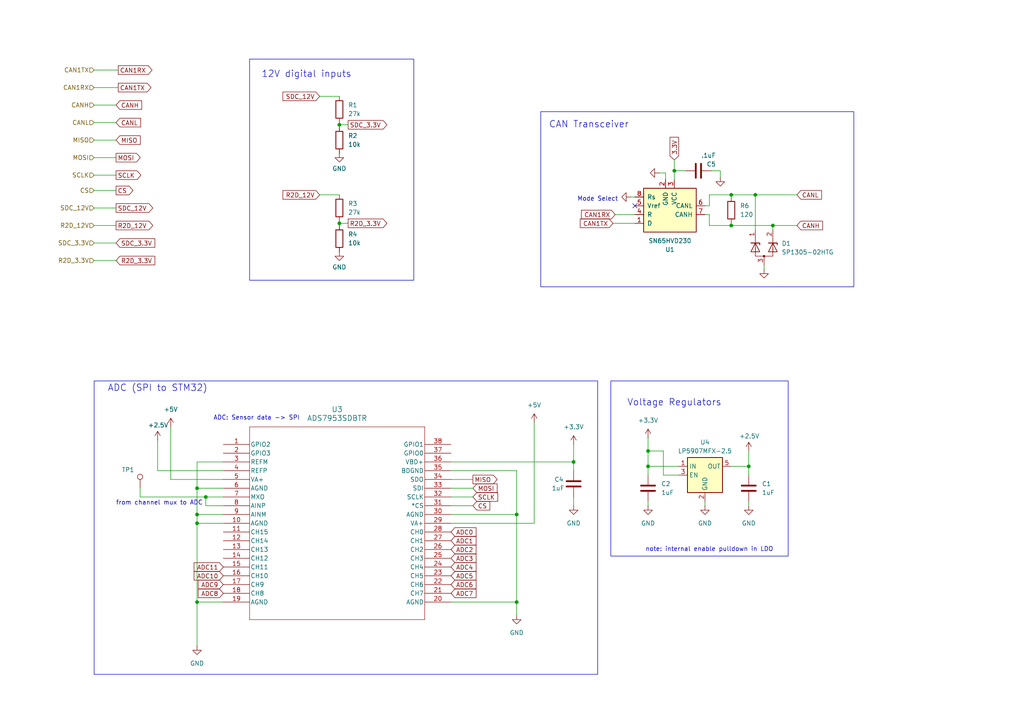
<source format=kicad_sch>
(kicad_sch (version 20250114) (generator "eeschema") (generator_version "9.0")
  (paper "A4")
  (lib_symbols
    (symbol "ADS7953SDBTR:ADS7953SDBTR" (pin_names (offset 0.254))
      (property "Reference" "U" (at 33.02 10.16 0))
      (property "Value" "ADS7953SDBTR" (at 33.02 7.62 0))
      (symbol "ADS7953SDBTR_0_1"
        (polyline (pts (xy 7.62 5.08) (xy 7.62 -50.8)) (stroke (width 0.127)))
        (polyline (pts (xy 7.62 -50.8) (xy 58.42 -50.8)) (stroke (width 0.127)))
        (polyline (pts (xy 58.42 5.08) (xy 7.62 5.08)) (stroke (width 0.127)))
        (polyline (pts (xy 58.42 -50.8) (xy 58.42 5.08)) (stroke (width 0.127)))
        (pin bidirectional line (at 0 0 0) (length 7.62) (name "GPIO2") (number "1"))
        (pin bidirectional line (at 0 -2.54 0) (length 7.62) (name "GPIO3") (number "2"))
        (pin input line (at 0 -5.08 0) (length 7.62) (name "REFM") (number "3"))
        (pin input line (at 0 -7.62 0) (length 7.62) (name "REFP") (number "4"))
        (pin power_in line (at 0 -10.16 0) (length 7.62) (name "VA+") (number "5"))
        (pin power_in line (at 0 -12.7 0) (length 7.62) (name "AGND") (number "6"))
        (pin output line (at 0 -15.24 0) (length 7.62) (name "MXO") (number "7"))
        (pin input line (at 0 -17.78 0) (length 7.62) (name "AINP") (number "8"))
        (pin input line (at 0 -20.32 0) (length 7.62) (name "AINM") (number "9"))
        (pin power_in line (at 0 -22.86 0) (length 7.62) (name "AGND") (number "10"))
        (pin input line (at 0 -25.4 0) (length 7.62) (name "CH15") (number "11"))
        (pin input line (at 0 -27.94 0) (length 7.62) (name "CH14") (number "12"))
        (pin input line (at 0 -30.48 0) (length 7.62) (name "CH13") (number "13"))
        (pin input line (at 0 -33.02 0) (length 7.62) (name "CH12") (number "14"))
        (pin input line (at 0 -35.56 0) (length 7.62) (name "CH11") (number "15"))
        (pin input line (at 0 -38.1 0) (length 7.62) (name "CH10") (number "16"))
        (pin input line (at 0 -40.64 0) (length 7.62) (name "CH9") (number "17"))
        (pin input line (at 0 -43.18 0) (length 7.62) (name "CH8") (number "18"))
        (pin power_in line (at 0 -45.72 0) (length 7.62) (name "AGND") (number "19"))
        (pin bidirectional line (at 66.04 0 180) (length 7.62) (name "GPIO1") (number "38"))
        (pin bidirectional line (at 66.04 -2.54 180) (length 7.62) (name "GPIO0") (number "37"))
        (pin power_in line (at 66.04 -5.08 180) (length 7.62) (name "VBD+") (number "36"))
        (pin power_in line (at 66.04 -7.62 180) (length 7.62) (name "BDGND") (number "35"))
        (pin output line (at 66.04 -10.16 180) (length 7.62) (name "SDO") (number "34"))
        (pin input line (at 66.04 -12.7 180) (length 7.62) (name "SDI") (number "33"))
        (pin input line (at 66.04 -15.24 180) (length 7.62) (name "SCLK") (number "32"))
        (pin input line (at 66.04 -17.78 180) (length 7.62) (name "*CS") (number "31"))
        (pin power_in line (at 66.04 -20.32 180) (length 7.62) (name "AGND") (number "30"))
        (pin power_in line (at 66.04 -22.86 180) (length 7.62) (name "VA+") (number "29"))
        (pin input line (at 66.04 -25.4 180) (length 7.62) (name "CH0") (number "28"))
        (pin input line (at 66.04 -27.94 180) (length 7.62) (name "CH1") (number "27"))
        (pin input line (at 66.04 -30.48 180) (length 7.62) (name "CH2") (number "26"))
        (pin input line (at 66.04 -33.02 180) (length 7.62) (name "CH3") (number "25"))
        (pin input line (at 66.04 -35.56 180) (length 7.62) (name "CH4") (number "24"))
        (pin input line (at 66.04 -38.1 180) (length 7.62) (name "CH5") (number "23"))
        (pin input line (at 66.04 -40.64 180) (length 7.62) (name "CH6") (number "22"))
        (pin input line (at 66.04 -43.18 180) (length 7.62) (name "CH7") (number "21"))
        (pin power_in line (at 66.04 -45.72 180) (length 7.62) (name "AGND") (number "20"))
      )
    )
    (symbol "Connector:TestPoint" (pin_numbers (hide yes)) (pin_names (offset 0.762) (hide yes))
      (property "Reference" "TP" (at 0 6.858 0))
      (property "Value" "TestPoint" (at 0 5.08 0))
      (symbol "TestPoint_0_1"
        (circle (center 0 3.302) (radius 0.762))
      )
      (symbol "TestPoint_1_1"
        (pin passive line (at 0 0 90) (length 2.54) (name "1") (number "1"))
      )
    )
    (symbol "Device:C" (pin_numbers (hide yes)) (pin_names (offset 0.254))
      (property "Reference" "C" (at 0.635 2.54 0))
      (property "Value" "C" (at 0.635 -2.54 0))
      (symbol "C_0_1"
        (polyline (pts (xy -2.032 0.762) (xy 2.032 0.762)) (stroke (width 0.508)))
        (polyline (pts (xy -2.032 -0.762) (xy 2.032 -0.762)) (stroke (width 0.508)))
      )
      (symbol "C_1_1"
        (pin passive line (at 0 3.81 270) (length 2.794) (name "~") (number "1"))
        (pin passive line (at 0 -3.81 90) (length 2.794) (name "~") (number "2"))
      )
    )
    (symbol "Device:R" (pin_numbers (hide yes)) (pin_names (offset 0))
      (property "Reference" "R" (at 2.032 0 90))
      (property "Value" "R" (at 0 0 90))
      (symbol "R_0_1"
        (rectangle (start -1.016 -2.54) (end 1.016 2.54) (stroke (width 0.254)))
      )
      (symbol "R_1_1"
        (pin passive line (at 0 3.81 270) (length 1.27) (name "~") (number "1"))
        (pin passive line (at 0 -3.81 90) (length 1.27) (name "~") (number "2"))
      )
    )
    (symbol "Diode:MMBZxx" (pin_names (offset 1.016) (hide yes))
      (property "Reference" "D" (at 3.81 2.54 0))
      (property "Value" "MMBZxx" (at 3.81 0 0))
      (symbol "MMBZxx_0_1"
        (polyline (pts (xy -3.81 1.27) (xy -1.27 1.27) (xy -1.27 0.762)) (stroke (width 0.254)))
        (polyline (pts (xy -2.54 0) (xy -2.54 -2.54) (xy 2.54 -2.54) (xy 2.54 0)))
        (polyline (pts (xy -2.54 -1.27) (xy -2.54 2.54)))
        (circle (center 0 -2.54) (radius 0.254) (fill (type outline)))
        (polyline (pts (xy 1.27 1.27) (xy 3.81 1.27) (xy 3.81 0.762)) (stroke (width 0.254)))
        (polyline (pts (xy 2.54 -1.27) (xy 2.54 2.54)))
      )
      (symbol "MMBZxx_1_1"
        (polyline (pts (xy -3.81 -1.27) (xy -1.27 -1.27) (xy -2.54 1.27) (xy -3.81 -1.27)) (stroke (width 0.2032)))
        (polyline (pts (xy 1.27 -1.27) (xy 3.81 -1.27) (xy 2.54 1.27) (xy 1.27 -1.27)) (stroke (width 0.2032)))
        (pin passive line (at -2.54 5.08 270) (length 2.54) (name "K") (number "1"))
        (pin passive line (at 0 -5.08 90) (length 2.54) (name "A") (number "3"))
        (pin passive line (at 2.54 5.08 270) (length 2.54) (name "K") (number "2"))
      )
    )
    (symbol "Regulator_Linear:LP5907MFX-2.5"
      (property "Reference" "U" (at -3.81 6.35 0))
      (property "Value" "LP5907MFX-2.5" (at 6.35 6.35 0))
      (symbol "LP5907MFX-2.5_0_1"
        (rectangle (start -5.08 -5.08) (end 5.08 5.08) (stroke (width 0.254)) (fill (type background)))
        (pin power_in line (at -7.62 2.54 0) (length 2.54) (name "IN") (number "1"))
        (pin input line (at -7.62 0 0) (length 2.54) (name "EN") (number "3"))
        (pin power_in line (at 0 -7.62 90) (length 2.54) (name "GND") (number "2"))
        (pin no_connect line (at 5.08 0 180) (length 2.54) (hide yes) (name "NC") (number "4"))
        (pin power_out line (at 7.62 2.54 180) (length 2.54) (name "OUT") (number "5"))
      )
    )
    (symbol "SN65HVD230_1" (pin_names (offset 1.016))
      (property "Reference" "U" (at -2.54 10.16 0))
      (property "Value" "SN65HVD230" (at 1.27 -10.16 0))
      (symbol "SN65HVD230_1_0_1"
        (rectangle (start -7.62 5.08) (end 7.62 -7.62) (stroke (width 0.254)) (fill (type background)))
      )
      (symbol "SN65HVD230_1_1_1"
        (pin input line (at -10.16 2.54 0) (length 2.54) (name "D") (number "1"))
        (pin output line (at -10.16 0 0) (length 2.54) (name "R") (number "4"))
        (pin output line (at -10.16 -2.54 0) (length 2.54) (name "Vref") (number "5"))
        (pin input line (at -10.16 -5.08 0) (length 2.54) (name "Rs") (number "8"))
        (pin power_in line (at -1.27 -10.16 90) (length 2.54) (name "GND") (number "2"))
        (pin power_in line (at 1.27 -10.16 90) (length 2.54) (name "VCC") (number "3"))
        (pin bidirectional line (at 10.16 0 180) (length 2.54) (name "CANH") (number "7"))
        (pin bidirectional line (at 10.16 -2.54 180) (length 2.54) (name "CANL") (number "6"))
      )
    )
    (symbol "power:+3.3V" (power) (pin_numbers (hide yes)) (pin_names (offset 0) (hide yes))
      (property "Value" "+3.3V" (at 0 3.556 0))
      (symbol "+3.3V_0_1"
        (polyline (pts (xy -0.762 1.27) (xy 0 2.54)))
        (polyline (pts (xy 0 2.54) (xy 0.762 1.27)))
        (polyline (pts (xy 0 0) (xy 0 2.54)))
      )
      (symbol "+3.3V_1_1"
        (pin power_in line (at 0 0 90) (length 0) (name "~") (number "1"))
      )
    )
    (symbol "power:+5V" (power) (pin_numbers (hide yes)) (pin_names (offset 0) (hide yes))
      (property "Value" "+5V" (at 0 3.556 0))
      (symbol "+5V_0_1"
        (polyline (pts (xy -0.762 1.27) (xy 0 2.54)))
        (polyline (pts (xy 0 2.54) (xy 0.762 1.27)))
        (polyline (pts (xy 0 0) (xy 0 2.54)))
      )
      (symbol "+5V_1_1"
        (pin power_in line (at 0 0 90) (length 0) (name "~") (number "1"))
      )
    )
    (symbol "power:GND" (power) (pin_numbers (hide yes)) (pin_names (offset 0) (hide yes))
      (property "Value" "GND" (at 0 -3.81 0))
      (symbol "GND_0_1"
        (polyline (pts (xy 0 0) (xy 0 -1.27) (xy 1.27 -1.27) (xy 0 -2.54) (xy -1.27 -1.27) (xy 0 -1.27)))
      )
      (symbol "GND_1_1"
        (pin power_in line (at 0 0 270) (length 0) (name "~") (number "1"))
      )
    )
  )
  (rectangle (start 72.39 17.145) (end 120.015 81.28))
  (rectangle (start 156.845 32.385) (end 247.65 83.185))
  (rectangle (start 177.165 110.49) (end 228.6 161.29))
  (rectangle (start 27.305 110.49) (end 173.355 195.58))
  (text "Voltage Regulators" (at 195.58 116.84 0) (effects (font (size 1.905 1.905))))
  (text "from channel mux to ADC" (at 46.228 145.923 0) (effects (font (size 1.27 1.27))))
  (text "Mode Select" (at 173.355 57.785 0) (effects (font (size 1.27 1.27))))
  (text "CAN Transceiver" (at 170.815 36.195 0) (effects (font (size 1.905 1.905))))
  (text "ADC: Sensor data -> SPI" (at 74.422 121.285 0) (effects (font (size 1.27 1.27))))
  (text "note: internal enable pulldown in LDO" (at 205.74 159.385 0) (effects (font (size 1.27 1.27))))
  (text "12V digital inputs" (at 88.9 21.59 0) (effects (font (size 1.905 1.905))))
  (text "ADC (SPI to STM32)" (at 45.72 112.649 0) (effects (font (size 1.905 1.905))))
  (junction (at 57.15 149.225))
  (junction (at 59.69 144.145))
  (junction (at 57.15 141.605))
  (junction (at 212.09 56.515))
  (junction (at 166.37 133.985))
  (junction (at 149.86 174.625))
  (junction (at 98.425 36.195))
  (junction (at 195.58 49.53))
  (junction (at 217.17 135.255))
  (junction (at 219.075 56.515))
  (junction (at 224.155 65.405))
  (junction (at 57.15 174.625))
  (junction (at 149.86 149.225))
  (junction (at 187.96 135.255))
  (junction (at 57.15 151.765))
  (junction (at 212.09 65.405))
  (junction (at 187.96 130.81))
  (junction (at 98.425 64.77))
  (no_connect (at 184.15 59.69))
  (wire (pts (xy 208.915 51.435) (xy 208.915 49.53)))
  (wire (pts (xy 100.965 36.195) (xy 98.425 36.195)))
  (wire (pts (xy 205.74 62.23) (xy 204.47 62.23)))
  (wire (pts (xy 191.135 50.165) (xy 193.04 50.165)))
  (wire (pts (xy 34.29 25.4) (xy 27.305 25.4)))
  (wire (pts (xy 64.77 139.065) (xy 49.53 139.065)))
  (wire (pts (xy 33.655 30.48) (xy 27.305 30.48)))
  (wire (pts (xy 45.72 136.525) (xy 45.72 127.635)))
  (wire (pts (xy 57.15 174.625) (xy 57.15 187.325)))
  (wire (pts (xy 166.37 128.905) (xy 166.37 133.985)))
  (wire (pts (xy 57.15 151.765) (xy 57.15 174.625)))
  (wire (pts (xy 205.74 59.69) (xy 204.47 59.69)))
  (wire (pts (xy 130.81 133.985) (xy 166.37 133.985)))
  (wire (pts (xy 187.96 127) (xy 187.96 130.81)))
  (wire (pts (xy 98.425 27.94) (xy 92.71 27.94)))
  (wire (pts (xy 33.655 35.56) (xy 27.305 35.56)))
  (wire (pts (xy 57.15 133.985) (xy 57.15 141.605)))
  (wire (pts (xy 57.15 141.605) (xy 57.15 149.225)))
  (wire (pts (xy 219.075 56.515) (xy 219.075 66.675)))
  (wire (pts (xy 149.86 174.625) (xy 149.86 149.225)))
  (wire (pts (xy 130.81 144.145) (xy 137.16 144.145)))
  (wire (pts (xy 98.425 65.405) (xy 98.425 64.77)))
  (wire (pts (xy 208.915 49.53) (xy 206.375 49.53)))
  (wire (pts (xy 231.14 56.515) (xy 219.075 56.515)))
  (wire (pts (xy 212.09 56.515) (xy 212.09 57.15)))
  (wire (pts (xy 33.655 70.485) (xy 27.305 70.485)))
  (wire (pts (xy 212.09 64.77) (xy 212.09 65.405)))
  (wire (pts (xy 100.965 64.77) (xy 98.425 64.77)))
  (wire (pts (xy 224.155 65.405) (xy 212.09 65.405)))
  (wire (pts (xy 33.655 75.565) (xy 27.305 75.565)))
  (wire (pts (xy 98.425 36.83) (xy 98.425 36.195)))
  (wire (pts (xy 57.15 151.765) (xy 64.77 151.765)))
  (wire (pts (xy 149.86 136.525) (xy 149.86 149.225)))
  (wire (pts (xy 40.64 141.605) (xy 40.64 144.145)))
  (wire (pts (xy 130.81 146.685) (xy 137.16 146.685)))
  (wire (pts (xy 212.09 135.255) (xy 217.17 135.255)))
  (wire (pts (xy 130.81 141.605) (xy 137.16 141.605)))
  (wire (pts (xy 130.81 174.625) (xy 149.86 174.625)))
  (wire (pts (xy 195.58 49.53) (xy 195.58 52.07)))
  (wire (pts (xy 184.15 64.77) (xy 177.8 64.77)))
  (wire (pts (xy 166.37 133.985) (xy 166.37 136.525)))
  (wire (pts (xy 33.655 60.325) (xy 27.305 60.325)))
  (wire (pts (xy 217.17 137.795) (xy 217.17 135.255)))
  (wire (pts (xy 193.04 50.165) (xy 193.04 52.07)))
  (wire (pts (xy 154.94 151.765) (xy 130.81 151.765)))
  (wire (pts (xy 149.86 178.435) (xy 149.86 174.625)))
  (wire (pts (xy 187.96 137.795) (xy 187.96 135.255)))
  (wire (pts (xy 49.53 123.825) (xy 49.53 139.065)))
  (wire (pts (xy 231.14 65.405) (xy 224.155 65.405)))
  (wire (pts (xy 33.655 65.405) (xy 27.305 65.405)))
  (wire (pts (xy 34.29 20.32) (xy 27.305 20.32)))
  (wire (pts (xy 98.425 56.515) (xy 92.71 56.515)))
  (wire (pts (xy 212.09 65.405) (xy 205.74 65.405)))
  (wire (pts (xy 154.94 122.555) (xy 154.94 151.765)))
  (wire (pts (xy 57.15 149.225) (xy 64.77 149.225)))
  (wire (pts (xy 130.81 139.065) (xy 137.16 139.065)))
  (wire (pts (xy 205.74 56.515) (xy 205.74 59.69)))
  (wire (pts (xy 195.58 49.53) (xy 198.755 49.53)))
  (wire (pts (xy 27.305 40.64) (xy 33.655 40.64)))
  (wire (pts (xy 212.09 56.515) (xy 205.74 56.515)))
  (wire (pts (xy 217.17 135.255) (xy 217.17 130.81)))
  (wire (pts (xy 196.85 137.795) (xy 192.405 137.795)))
  (wire (pts (xy 187.96 130.81) (xy 187.96 135.255)))
  (wire (pts (xy 27.305 55.245) (xy 33.655 55.245)))
  (wire (pts (xy 196.85 135.255) (xy 187.96 135.255)))
  (wire (pts (xy 27.305 45.72) (xy 33.655 45.72)))
  (wire (pts (xy 195.58 46.355) (xy 195.58 49.53)))
  (wire (pts (xy 98.425 36.195) (xy 98.425 35.56)))
  (wire (pts (xy 130.81 149.225) (xy 149.86 149.225)))
  (wire (pts (xy 182.88 57.15) (xy 184.15 57.15)))
  (wire (pts (xy 57.15 141.605) (xy 64.77 141.605)))
  (wire (pts (xy 187.96 145.415) (xy 187.96 146.685)))
  (wire (pts (xy 192.405 137.795) (xy 192.405 130.81)))
  (wire (pts (xy 204.47 146.685) (xy 204.47 145.415)))
  (wire (pts (xy 98.425 64.77) (xy 98.425 64.135)))
  (wire (pts (xy 192.405 130.81) (xy 187.96 130.81)))
  (wire (pts (xy 59.69 144.145) (xy 64.77 144.145)))
  (wire (pts (xy 205.74 65.405) (xy 205.74 62.23)))
  (wire (pts (xy 59.69 146.685) (xy 59.69 144.145)))
  (wire (pts (xy 166.37 144.145) (xy 166.37 146.685)))
  (wire (pts (xy 64.77 136.525) (xy 45.72 136.525)))
  (wire (pts (xy 221.615 78.105) (xy 221.615 76.835)))
  (wire (pts (xy 219.075 56.515) (xy 212.09 56.515)))
  (wire (pts (xy 40.64 144.145) (xy 59.69 144.145)))
  (wire (pts (xy 64.77 146.685) (xy 59.69 146.685)))
  (wire (pts (xy 178.435 62.23) (xy 184.15 62.23)))
  (wire (pts (xy 27.305 50.8) (xy 33.655 50.8)))
  (wire (pts (xy 224.155 65.405) (xy 224.155 66.675)))
  (wire (pts (xy 57.15 174.625) (xy 64.77 174.625)))
  (wire (pts (xy 217.17 145.415) (xy 217.17 146.685)))
  (wire (pts (xy 57.15 149.225) (xy 57.15 151.765)))
  (wire (pts (xy 64.77 133.985) (xy 57.15 133.985)))
  (wire (pts (xy 130.81 136.525) (xy 149.86 136.525)))
  (global_label "SDC_12V" (shape output) (at 33.655 60.325 0) (property "Intersheetrefs" "${INTERSHEET_REFS}" (effects (hide yes))))
  (global_label "CANL" (shape input) (at 33.655 35.56 0) (property "Intersheetrefs" "${INTERSHEET_REFS}" (effects (hide yes))))
  (global_label "SCLK" (shape output) (at 33.655 50.8 0) (property "Intersheetrefs" "${INTERSHEET_REFS}" (effects (hide yes))))
  (global_label "SDC_3.3V" (shape input) (at 33.655 70.485 0) (property "Intersheetrefs" "${INTERSHEET_REFS}" (effects (hide yes))))
  (global_label "3.3V" (shape input) (at 195.58 46.355 90) (property "Intersheetrefs" "${INTERSHEET_REFS}" (effects (hide yes))))
  (global_label "R2D_3.3V" (shape output) (at 100.965 64.77 0) (property "Intersheetrefs" "${INTERSHEET_REFS}" (effects (hide yes))))
  (global_label "MOSI" (shape input) (at 137.16 141.605 0) (property "Intersheetrefs" "${INTERSHEET_REFS}" (effects (hide yes))))
  (global_label "CAN1RX" (shape output) (at 34.29 20.32 0) (property "Intersheetrefs" "${INTERSHEET_REFS}" (effects (hide yes))))
  (global_label "ADC9" (shape input) (at 64.77 169.545 180) (property "Intersheetrefs" "${INTERSHEET_REFS}" (effects (hide yes))))
  (global_label "R2D_12V" (shape output) (at 33.655 65.405 0) (property "Intersheetrefs" "${INTERSHEET_REFS}" (effects (hide yes))))
  (global_label "SDC_12V" (shape input) (at 92.71 27.94 180) (property "Intersheetrefs" "${INTERSHEET_REFS}" (effects (hide yes))))
  (global_label "CAN1RX" (shape input) (at 178.435 62.23 180) (property "Intersheetrefs" "${INTERSHEET_REFS}" (effects (hide yes))))
  (global_label "CANH" (shape input) (at 33.655 30.48 0) (property "Intersheetrefs" "${INTERSHEET_REFS}" (effects (hide yes))))
  (global_label "MISO" (shape input) (at 33.655 40.64 0) (property "Intersheetrefs" "${INTERSHEET_REFS}" (effects (hide yes))))
  (global_label "ADC4" (shape input) (at 130.81 164.465 0) (property "Intersheetrefs" "${INTERSHEET_REFS}" (effects (hide yes))))
  (global_label "ADC6" (shape input) (at 130.81 169.545 0) (property "Intersheetrefs" "${INTERSHEET_REFS}" (effects (hide yes))))
  (global_label "R2D_12V" (shape input) (at 92.71 56.515 180) (property "Intersheetrefs" "${INTERSHEET_REFS}" (effects (hide yes))))
  (global_label "ADC11" (shape input) (at 64.77 164.465 180) (property "Intersheetrefs" "${INTERSHEET_REFS}" (effects (hide yes))))
  (global_label "MOSI" (shape output) (at 33.655 45.72 0) (property "Intersheetrefs" "${INTERSHEET_REFS}" (effects (hide yes))))
  (global_label "CANH" (shape input) (at 231.14 65.405 0) (property "Intersheetrefs" "${INTERSHEET_REFS}" (effects (hide yes))))
  (global_label "SCLK" (shape input) (at 137.16 144.145 0) (property "Intersheetrefs" "${INTERSHEET_REFS}" (effects (hide yes))))
  (global_label "ADC5" (shape input) (at 130.81 167.005 0) (property "Intersheetrefs" "${INTERSHEET_REFS}" (effects (hide yes))))
  (global_label "SDC_3.3V" (shape output) (at 100.965 36.195 0) (property "Intersheetrefs" "${INTERSHEET_REFS}" (effects (hide yes))))
  (global_label "ADC1" (shape input) (at 130.81 156.845 0) (property "Intersheetrefs" "${INTERSHEET_REFS}" (effects (hide yes))))
  (global_label "ADC7" (shape input) (at 130.81 172.085 0) (property "Intersheetrefs" "${INTERSHEET_REFS}" (effects (hide yes))))
  (global_label "ADC3" (shape input) (at 130.81 161.925 0) (property "Intersheetrefs" "${INTERSHEET_REFS}" (effects (hide yes))))
  (global_label "CS" (shape output) (at 33.655 55.245 0) (property "Intersheetrefs" "${INTERSHEET_REFS}" (effects (hide yes))))
  (global_label "CS" (shape input) (at 137.16 146.685 0) (property "Intersheetrefs" "${INTERSHEET_REFS}" (effects (hide yes))))
  (global_label "MISO" (shape output) (at 137.16 139.065 0) (property "Intersheetrefs" "${INTERSHEET_REFS}" (effects (hide yes))))
  (global_label "ADC8" (shape input) (at 64.77 172.085 180) (property "Intersheetrefs" "${INTERSHEET_REFS}" (effects (hide yes))))
  (global_label "CANL" (shape input) (at 231.14 56.515 0) (property "Intersheetrefs" "${INTERSHEET_REFS}" (effects (hide yes))))
  (global_label "ADC0" (shape input) (at 130.81 154.305 0) (property "Intersheetrefs" "${INTERSHEET_REFS}" (effects (hide yes))))
  (global_label "R2D_3.3V" (shape input) (at 33.655 75.565 0) (property "Intersheetrefs" "${INTERSHEET_REFS}" (effects (hide yes))))
  (global_label "ADC10" (shape input) (at 64.77 167.005 180) (property "Intersheetrefs" "${INTERSHEET_REFS}" (effects (hide yes))))
  (global_label "ADC2" (shape input) (at 130.81 159.385 0) (property "Intersheetrefs" "${INTERSHEET_REFS}" (effects (hide yes))))
  (global_label "CAN1TX" (shape output) (at 34.29 25.4 0) (property "Intersheetrefs" "${INTERSHEET_REFS}" (effects (hide yes))))
  (global_label "CAN1TX" (shape input) (at 177.8 64.77 180) (property "Intersheetrefs" "${INTERSHEET_REFS}" (effects (hide yes))))
  (hierarchical_label "SDC_12V" (shape input) (at 27.305 60.325 180))
  (hierarchical_label "MOSI" (shape input) (at 27.305 45.72 180))
  (hierarchical_label "CANH" (shape input) (at 27.305 30.48 180))
  (hierarchical_label "SDC_3.3V" (shape input) (at 27.305 70.485 180))
  (hierarchical_label "R2D_3.3V" (shape input) (at 27.305 75.565 180))
  (hierarchical_label "CAN1TX" (shape input) (at 27.305 20.32 180))
  (hierarchical_label "CAN1RX" (shape input) (at 27.305 25.4 180))
  (hierarchical_label "CANL" (shape input) (at 27.305 35.56 180))
  (hierarchical_label "SCLK" (shape input) (at 27.305 50.8 180))
  (hierarchical_label "MISO" (shape input) (at 27.305 40.64 180))
  (hierarchical_label "R2D_12V" (shape input) (at 27.305 65.405 180))
  (hierarchical_label "CS" (shape input) (at 27.305 55.245 180))
  (symbol (lib_id "power:GND") (at 98.425 73.025 0) (unit 1)
    (property "Reference" "#PWR031" (effects (hide yes)))
    (property "Value" "GND" (at 98.425 77.47 0))
    (property "Description" "Power symbol creates a global label with name \"GND\" , ground" (effects (hide yes)))
  )
  (symbol (lib_id "Diode:MMBZxx") (at 221.615 71.755 0) (unit 1)
    (property "Reference" "D1" (at 226.695 70.6119 0) (effects (justify left)))
    (property "Value" "SP1305-02HTG" (at 226.695 73.1519 0) (effects (justify left)))
    (property "Footprint" "Package_TO_SOT_SMD:SOT-23" (effects (hide yes)))
    (property "Datasheet" "https://www.littelfuse.com/media?resourcetype=datasheets&itemid=0df5d266-a185-4f20-bb85-a5b890f24cc9&filename=littelfuse_tvs_diode_array_sp1305_datasheet.pdf" (effects (hide yes)))
  )
  (symbol (lib_id "Device:C") (at 166.37 140.335 0) (unit 1)
    (property "Reference" "C4" (at 160.782 139.065 0) (effects (justify left)))
    (property "Value" "1uF" (at 160.02 141.605 0) (effects (justify left)))
    (property "Footprint" "Capacitor_SMD:C_0805_2012Metric_Pad1.18x1.45mm_HandSolder" (effects (hide yes)))
    (property "Description" "Unpolarized capacitor" (effects (hide yes)))
  )
  (symbol (lib_name "SN65HVD230_1") (lib_id "Interface_CAN_LIN:SN65HVD230") (at 194.31 62.23 0) (mirror x) (unit 1)
    (property "Reference" "U1" (at 194.31 72.39 0))
    (property "Value" "SN65HVD230" (at 194.31 69.85 0))
    (property "Footprint" "Package_SO:SOIC-8_3.9x4.9mm_P1.27mm" (effects (hide yes)))
    (property "Datasheet" "http://www.ti.com/lit/ds/symlink/sn65hvd230.pdf" (effects (hide yes)))
    (property "Description" "CAN Bus Transceivers, 3.3V, 1Mbps, Low-Power capabilities, SOIC-8" (effects (hide yes)))
  )
  (symbol (lib_id "Device:R") (at 98.425 69.215 0) (unit 1)
    (property "Reference" "R4" (at 100.965 67.9449 0) (effects (justify left)))
    (property "Value" "10k" (at 100.965 70.4849 0) (effects (justify left)))
    (property "Footprint" "Resistor_SMD:R_0603_1608Metric_Pad0.98x0.95mm_HandSolder" (effects (hide yes)))
    (property "Description" "Resistor" (effects (hide yes)))
  )
  (symbol (lib_id "Device:C") (at 187.96 141.605 0) (unit 1)
    (property "Reference" "C2" (at 191.77 140.3349 0) (effects (justify left)))
    (property "Value" "1uF" (at 191.77 142.8749 0) (effects (justify left)))
    (property "Description" "Unpolarized capacitor" (effects (hide yes)))
  )
  (symbol (lib_id "Device:R") (at 212.09 60.96 0) (unit 1)
    (property "Reference" "R6" (at 214.63 59.69 0) (effects (justify left)))
    (property "Value" "120" (at 214.63 62.23 0) (effects (justify left)))
    (property "Footprint" "Resistor_THT:R_Axial_DIN0204_L3.6mm_D1.6mm_P2.54mm_Vertical" (effects (hide yes)))
  )
  (symbol (lib_id "power:+5V") (at 49.53 123.825 0) (unit 1)
    (property "Reference" "#PWR023" (effects (hide yes)))
    (property "Value" "+5V" (at 49.53 118.745 0))
    (property "Description" "Power symbol creates a global label with name \"+5V\"" (effects (hide yes)))
  )
  (symbol (lib_id "Device:R") (at 98.425 31.75 0) (unit 1)
    (property "Reference" "R1" (at 100.965 30.4799 0) (effects (justify left)))
    (property "Value" "27k" (at 100.965 33.0199 0) (effects (justify left)))
    (property "Footprint" "Resistor_SMD:R_0603_1608Metric_Pad0.98x0.95mm_HandSolder" (effects (hide yes)))
    (property "Description" "Resistor" (effects (hide yes)))
  )
  (symbol (lib_id "power:GND") (at 149.86 178.435 0) (unit 1)
    (property "Reference" "#PWR025" (effects (hide yes)))
    (property "Value" "GND" (at 149.86 183.515 0))
    (property "Description" "Power symbol creates a global label with name \"GND\" , ground" (effects (hide yes)))
  )
  (symbol (lib_id "Device:C") (at 217.17 141.605 0) (unit 1)
    (property "Reference" "C1" (at 220.98 140.3349 0) (effects (justify left)))
    (property "Value" "1uF" (at 220.98 142.8749 0) (effects (justify left)))
    (property "Description" "Unpolarized capacitor" (effects (hide yes)))
  )
  (symbol (lib_id "Device:C") (at 202.565 49.53 90) (unit 1)
    (property "Reference" "C5" (at 207.645 47.625 90) (effects (justify left)))
    (property "Value" ".1uF" (at 207.645 45.085 90) (effects (justify left)))
    (property "Footprint" "Capacitor_SMD:C_0805_2012Metric_Pad1.18x1.45mm_HandSolder" (effects (hide yes)))
  )
  (symbol (lib_id "Device:R") (at 98.425 40.64 0) (unit 1)
    (property "Reference" "R2" (at 100.965 39.3699 0) (effects (justify left)))
    (property "Value" "10k" (at 100.965 41.9099 0) (effects (justify left)))
    (property "Footprint" "Resistor_SMD:R_0603_1608Metric_Pad0.98x0.95mm_HandSolder" (effects (hide yes)))
    (property "Description" "Resistor" (effects (hide yes)))
  )
  (symbol (lib_id "power:+3.3V") (at 166.37 128.905 0) (unit 1)
    (property "Reference" "#PWR029" (effects (hide yes)))
    (property "Value" "+3.3V" (at 166.37 123.825 0))
    (property "Description" "Power symbol creates a global label with name \"+3.3V\"" (effects (hide yes)))
  )
  (symbol (lib_id "power:GND") (at 204.47 146.685 0) (unit 1)
    (property "Reference" "#PWR032" (effects (hide yes)))
    (property "Value" "GND" (at 204.47 151.765 0))
    (property "Description" "Power symbol creates a global label with name \"GND\" , ground" (effects (hide yes)))
  )
  (symbol (lib_id "power:GND") (at 191.135 50.165 270) (unit 1)
    (property "Reference" "#PWR020" (effects (hide yes)))
    (property "Value" "GND" (effects (hide yes)))
  )
  (symbol (lib_id "power:GND") (at 208.915 51.435 0) (unit 1)
    (property "Reference" "#PWR021" (effects (hide yes)))
    (property "Value" "GND" (effects (hide yes)))
  )
  (symbol (lib_id "power:+3.3V") (at 45.72 127.635 0) (unit 1)
    (property "Reference" "#PWR027" (effects (hide yes)))
    (property "Value" "+2.5V" (at 42.926 123.317 0) (effects (justify left)))
    (property "Description" "Power symbol creates a global label with name \"+3.3V\"" (effects (hide yes)))
  )
  (symbol (lib_id "power:GND") (at 166.37 146.685 0) (unit 1)
    (property "Reference" "#PWR030" (effects (hide yes)))
    (property "Value" "GND" (at 166.37 151.765 0))
    (property "Description" "Power symbol creates a global label with name \"GND\" , ground" (effects (hide yes)))
  )
  (symbol (lib_id "ADS7953SDBTR:ADS7953SDBTR") (at 64.77 128.905 0) (unit 1)
    (property "Reference" "U3" (at 97.79 118.745 0) (effects (font (size 1.524 1.524))))
    (property "Value" "ADS7953SDBTR" (at 97.79 121.285 0) (effects (font (size 1.524 1.524))))
    (property "Footprint" "DBT38" (effects (hide yes)))
    (property "Datasheet" "ADS7953SDBTR" (effects (hide yes)))
  )
  (symbol (lib_id "power:+3.3V") (at 187.96 127 0) (unit 1)
    (property "Reference" "#PWR036" (effects (hide yes)))
    (property "Value" "+3.3V" (at 187.96 121.92 0))
    (property "Description" "Power symbol creates a global label with name \"+3.3V\"" (effects (hide yes)))
  )
  (symbol (lib_id "Regulator_Linear:LP5907MFX-2.5") (at 204.47 137.795 0) (unit 1)
    (property "Reference" "U4" (at 204.47 128.27 0))
    (property "Value" "LP5907MFX-2.5" (at 204.47 130.81 0))
    (property "Footprint" "Package_TO_SOT_SMD:SOT-23-5" (effects (hide yes)))
    (property "Datasheet" "http://www.ti.com/lit/ds/symlink/lp5907.pdf" (effects (hide yes)))
    (property "Description" "250-mA Ultra-Low-Noise Low-IQ LDO, 2.5V, SOT-23" (effects (hide yes)))
  )
  (symbol (lib_id "Device:R") (at 98.425 60.325 0) (unit 1)
    (property "Reference" "R3" (at 100.965 59.0549 0) (effects (justify left)))
    (property "Value" "27k" (at 100.965 61.5949 0) (effects (justify left)))
    (property "Footprint" "Resistor_SMD:R_0603_1608Metric_Pad0.98x0.95mm_HandSolder" (effects (hide yes)))
    (property "Description" "Resistor" (effects (hide yes)))
  )
  (symbol (lib_id "power:+3.3V") (at 217.17 130.81 0) (unit 1)
    (property "Reference" "#PWR033" (effects (hide yes)))
    (property "Value" "+2.5V" (at 214.376 126.492 0) (effects (justify left)))
    (property "Description" "Power symbol creates a global label with name \"+3.3V\"" (effects (hide yes)))
  )
  (symbol (lib_id "power:GND") (at 187.96 146.685 0) (unit 1)
    (property "Reference" "#PWR035" (effects (hide yes)))
    (property "Value" "GND" (at 187.96 151.765 0))
    (property "Description" "Power symbol creates a global label with name \"GND\" , ground" (effects (hide yes)))
  )
  (symbol (lib_id "power:GND") (at 221.615 78.105 0) (unit 1)
    (property "Reference" "#PWR022" (effects (hide yes)))
    (property "Value" "GND" (effects (hide yes)))
  )
  (symbol (lib_id "power:GND") (at 57.15 187.325 0) (unit 1)
    (property "Reference" "#PWR024" (effects (hide yes)))
    (property "Value" "GND" (at 57.15 192.405 0))
    (property "Description" "Power symbol creates a global label with name \"GND\" , ground" (effects (hide yes)))
  )
  (symbol (lib_id "power:+5V") (at 154.94 122.555 0) (unit 1)
    (property "Reference" "#PWR026" (effects (hide yes)))
    (property "Value" "+5V" (at 154.94 117.475 0))
    (property "Description" "Power symbol creates a global label with name \"+5V\"" (effects (hide yes)))
  )
  (symbol (lib_id "power:GND") (at 217.17 146.685 0) (unit 1)
    (property "Reference" "#PWR034" (effects (hide yes)))
    (property "Value" "GND" (at 217.17 151.765 0))
    (property "Description" "Power symbol creates a global label with name \"GND\" , ground" (effects (hide yes)))
  )
  (symbol (lib_id "Connector:TestPoint") (at 40.64 141.605 0) (unit 1)
    (property "Reference" "TP1" (at 35.306 136.271 0) (effects (justify left)))
    (property "Value" "TestPoint" (effects (hide yes)))
    (property "Footprint" "TestPoint:TestPoint_THTPad_2.5x2.5mm_Drill1.2mm" (effects (hide yes)))
    (property "Description" "test point" (effects (hide yes)))
  )
  (symbol (lib_id "power:GND") (at 182.88 57.15 270) (unit 1)
    (property "Reference" "#PWR019" (effects (hide yes)))
    (property "Value" "GND" (effects (hide yes)))
  )
  (symbol (lib_id "power:GND") (at 98.425 44.45 0) (unit 1)
    (property "Reference" "#PWR028" (effects (hide yes)))
    (property "Value" "GND" (at 98.425 48.895 0))
    (property "Description" "Power symbol creates a global label with name \"GND\" , ground" (effects (hide yes)))
  )
)
</source>
